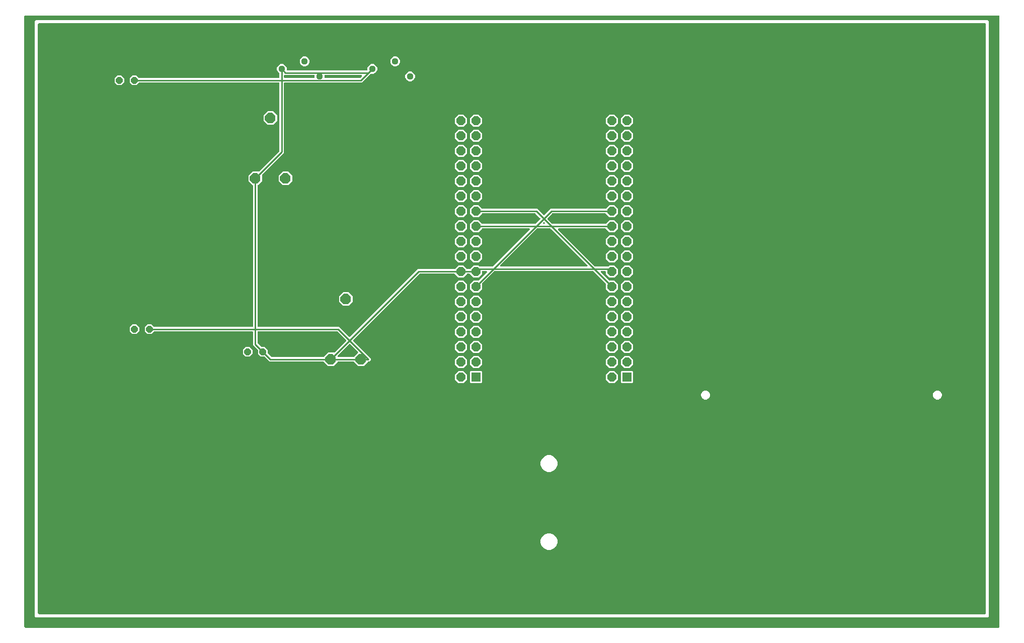
<source format=gbr>
G04 EAGLE Gerber RS-274X export*
G75*
%MOMM*%
%FSLAX34Y34*%
%LPD*%
%INBottom Copper*%
%IPPOS*%
%AMOC8*
5,1,8,0,0,1.08239X$1,22.5*%
G01*
%ADD10P,1.231672X8X22.500000*%
%ADD11P,1.924489X8X22.500000*%
%ADD12C,1.120000*%
%ADD13R,1.524000X1.524000*%
%ADD14P,1.649562X8X112.500000*%
%ADD15C,0.254000*%

G36*
X1619368Y-20304D02*
X1619368Y-20304D01*
X1619487Y-20297D01*
X1619525Y-20284D01*
X1619566Y-20279D01*
X1619676Y-20236D01*
X1619789Y-20199D01*
X1619824Y-20177D01*
X1619861Y-20162D01*
X1619957Y-20093D01*
X1620058Y-20029D01*
X1620086Y-19999D01*
X1620119Y-19976D01*
X1620195Y-19884D01*
X1620276Y-19797D01*
X1620296Y-19762D01*
X1620321Y-19731D01*
X1620372Y-19623D01*
X1620430Y-19519D01*
X1620440Y-19479D01*
X1620457Y-19443D01*
X1620479Y-19326D01*
X1620509Y-19211D01*
X1620513Y-19151D01*
X1620517Y-19131D01*
X1620515Y-19110D01*
X1620519Y-19050D01*
X1620519Y1009650D01*
X1620504Y1009768D01*
X1620497Y1009887D01*
X1620484Y1009925D01*
X1620479Y1009966D01*
X1620436Y1010076D01*
X1620399Y1010189D01*
X1620377Y1010224D01*
X1620362Y1010261D01*
X1620293Y1010357D01*
X1620229Y1010458D01*
X1620199Y1010486D01*
X1620176Y1010519D01*
X1620084Y1010595D01*
X1619997Y1010676D01*
X1619962Y1010696D01*
X1619931Y1010721D01*
X1619823Y1010772D01*
X1619719Y1010830D01*
X1619679Y1010840D01*
X1619643Y1010857D01*
X1619526Y1010879D01*
X1619411Y1010909D01*
X1619351Y1010913D01*
X1619331Y1010917D01*
X1619310Y1010915D01*
X1619250Y1010919D01*
X-19050Y1010919D01*
X-19168Y1010904D01*
X-19287Y1010897D01*
X-19325Y1010884D01*
X-19366Y1010879D01*
X-19476Y1010836D01*
X-19589Y1010799D01*
X-19624Y1010777D01*
X-19661Y1010762D01*
X-19757Y1010693D01*
X-19858Y1010629D01*
X-19886Y1010599D01*
X-19919Y1010576D01*
X-19995Y1010484D01*
X-20076Y1010397D01*
X-20096Y1010362D01*
X-20121Y1010331D01*
X-20172Y1010223D01*
X-20230Y1010119D01*
X-20240Y1010079D01*
X-20257Y1010043D01*
X-20279Y1009926D01*
X-20309Y1009811D01*
X-20313Y1009751D01*
X-20317Y1009731D01*
X-20315Y1009710D01*
X-20319Y1009650D01*
X-20319Y-19050D01*
X-20304Y-19168D01*
X-20297Y-19287D01*
X-20284Y-19325D01*
X-20279Y-19366D01*
X-20236Y-19476D01*
X-20199Y-19589D01*
X-20177Y-19624D01*
X-20162Y-19661D01*
X-20093Y-19757D01*
X-20029Y-19858D01*
X-19999Y-19886D01*
X-19976Y-19919D01*
X-19884Y-19995D01*
X-19797Y-20076D01*
X-19762Y-20096D01*
X-19731Y-20121D01*
X-19623Y-20172D01*
X-19519Y-20230D01*
X-19479Y-20240D01*
X-19443Y-20257D01*
X-19326Y-20279D01*
X-19211Y-20309D01*
X-19151Y-20313D01*
X-19131Y-20317D01*
X-19110Y-20315D01*
X-19050Y-20319D01*
X1619250Y-20319D01*
X1619368Y-20304D01*
G37*
%LPC*%
G36*
X-1052Y-2541D02*
X-1052Y-2541D01*
X-2541Y-1052D01*
X-2541Y1001052D01*
X-1052Y1002541D01*
X1601052Y1002541D01*
X1602541Y1001052D01*
X1602541Y-1052D01*
X1601052Y-2541D01*
X-1052Y-2541D01*
G37*
%LPD*%
G36*
X1596308Y2556D02*
X1596308Y2556D01*
X1596427Y2563D01*
X1596465Y2576D01*
X1596506Y2581D01*
X1596616Y2624D01*
X1596729Y2661D01*
X1596764Y2683D01*
X1596801Y2698D01*
X1596897Y2767D01*
X1596998Y2831D01*
X1597026Y2861D01*
X1597059Y2884D01*
X1597135Y2976D01*
X1597216Y3063D01*
X1597236Y3098D01*
X1597261Y3129D01*
X1597312Y3237D01*
X1597370Y3341D01*
X1597380Y3381D01*
X1597397Y3417D01*
X1597419Y3534D01*
X1597449Y3649D01*
X1597453Y3709D01*
X1597457Y3729D01*
X1597455Y3750D01*
X1597459Y3810D01*
X1597459Y996190D01*
X1597444Y996308D01*
X1597437Y996427D01*
X1597424Y996465D01*
X1597419Y996506D01*
X1597376Y996616D01*
X1597339Y996729D01*
X1597317Y996764D01*
X1597302Y996801D01*
X1597233Y996897D01*
X1597169Y996998D01*
X1597139Y997026D01*
X1597116Y997059D01*
X1597024Y997135D01*
X1596937Y997216D01*
X1596902Y997236D01*
X1596871Y997261D01*
X1596763Y997312D01*
X1596659Y997370D01*
X1596619Y997380D01*
X1596583Y997397D01*
X1596466Y997419D01*
X1596351Y997449D01*
X1596291Y997453D01*
X1596271Y997457D01*
X1596250Y997455D01*
X1596190Y997459D01*
X3810Y997459D01*
X3692Y997444D01*
X3573Y997437D01*
X3535Y997424D01*
X3494Y997419D01*
X3384Y997376D01*
X3271Y997339D01*
X3236Y997317D01*
X3199Y997302D01*
X3103Y997233D01*
X3002Y997169D01*
X2974Y997139D01*
X2941Y997116D01*
X2865Y997024D01*
X2784Y996937D01*
X2764Y996902D01*
X2739Y996871D01*
X2688Y996763D01*
X2630Y996659D01*
X2620Y996619D01*
X2603Y996583D01*
X2581Y996466D01*
X2551Y996351D01*
X2547Y996291D01*
X2543Y996271D01*
X2545Y996250D01*
X2541Y996190D01*
X2541Y3810D01*
X2556Y3692D01*
X2563Y3573D01*
X2576Y3535D01*
X2581Y3494D01*
X2624Y3384D01*
X2661Y3271D01*
X2683Y3236D01*
X2698Y3199D01*
X2767Y3103D01*
X2831Y3002D01*
X2861Y2974D01*
X2884Y2941D01*
X2976Y2865D01*
X3063Y2784D01*
X3098Y2764D01*
X3129Y2739D01*
X3237Y2688D01*
X3341Y2630D01*
X3381Y2620D01*
X3417Y2603D01*
X3534Y2581D01*
X3649Y2551D01*
X3709Y2547D01*
X3729Y2543D01*
X3750Y2545D01*
X3810Y2541D01*
X1596190Y2541D01*
X1596308Y2556D01*
G37*
%LPC*%
G36*
X490565Y420369D02*
X490565Y420369D01*
X483784Y427150D01*
X483749Y427259D01*
X483727Y427294D01*
X483712Y427331D01*
X483643Y427427D01*
X483579Y427528D01*
X483549Y427556D01*
X483526Y427589D01*
X483434Y427665D01*
X483347Y427746D01*
X483312Y427766D01*
X483281Y427791D01*
X483173Y427842D01*
X483069Y427900D01*
X483029Y427910D01*
X482993Y427927D01*
X482876Y427949D01*
X482761Y427979D01*
X482701Y427983D01*
X482681Y427987D01*
X482660Y427985D01*
X482600Y427989D01*
X392122Y427989D01*
X384213Y435898D01*
X384135Y435959D01*
X384063Y436026D01*
X384010Y436056D01*
X383962Y436093D01*
X383871Y436132D01*
X383784Y436180D01*
X383725Y436195D01*
X383670Y436219D01*
X383572Y436235D01*
X383476Y436259D01*
X383376Y436266D01*
X383356Y436269D01*
X383343Y436268D01*
X383315Y436270D01*
X377591Y436270D01*
X372770Y441091D01*
X372770Y446815D01*
X372757Y446914D01*
X372754Y447013D01*
X372737Y447071D01*
X372730Y447131D01*
X372693Y447223D01*
X372666Y447318D01*
X372635Y447370D01*
X372613Y447427D01*
X372555Y447507D01*
X372504Y447592D01*
X372438Y447667D01*
X372426Y447684D01*
X372417Y447692D01*
X372398Y447713D01*
X364489Y455622D01*
X364489Y477520D01*
X364474Y477638D01*
X364467Y477757D01*
X364454Y477795D01*
X364449Y477836D01*
X364406Y477946D01*
X364369Y478059D01*
X364347Y478094D01*
X364332Y478131D01*
X364263Y478227D01*
X364199Y478328D01*
X364169Y478356D01*
X364146Y478389D01*
X364054Y478465D01*
X363967Y478546D01*
X363932Y478566D01*
X363901Y478591D01*
X363793Y478642D01*
X363689Y478700D01*
X363649Y478710D01*
X363613Y478727D01*
X363496Y478749D01*
X363381Y478779D01*
X363321Y478783D01*
X363301Y478787D01*
X363280Y478785D01*
X363220Y478789D01*
X198854Y478789D01*
X198756Y478777D01*
X198657Y478774D01*
X198599Y478757D01*
X198539Y478749D01*
X198447Y478713D01*
X198352Y478685D01*
X198300Y478655D01*
X198243Y478632D01*
X198163Y478574D01*
X198078Y478524D01*
X198002Y478458D01*
X197986Y478446D01*
X197978Y478436D01*
X197957Y478418D01*
X193909Y474370D01*
X187091Y474370D01*
X182270Y479191D01*
X182270Y486009D01*
X187091Y490830D01*
X193909Y490830D01*
X197957Y486782D01*
X198035Y486722D01*
X198107Y486654D01*
X198160Y486625D01*
X198208Y486588D01*
X198299Y486548D01*
X198386Y486500D01*
X198444Y486485D01*
X198500Y486461D01*
X198598Y486446D01*
X198694Y486421D01*
X198794Y486415D01*
X198814Y486411D01*
X198826Y486413D01*
X198854Y486411D01*
X363220Y486411D01*
X363338Y486426D01*
X363457Y486433D01*
X363495Y486446D01*
X363536Y486451D01*
X363646Y486494D01*
X363759Y486531D01*
X363794Y486553D01*
X363831Y486568D01*
X363927Y486637D01*
X364028Y486701D01*
X364056Y486731D01*
X364089Y486754D01*
X364165Y486846D01*
X364246Y486933D01*
X364266Y486968D01*
X364291Y486999D01*
X364342Y487107D01*
X364400Y487211D01*
X364410Y487251D01*
X364427Y487287D01*
X364449Y487404D01*
X364479Y487519D01*
X364483Y487579D01*
X364487Y487599D01*
X364485Y487620D01*
X364489Y487680D01*
X364489Y723900D01*
X364474Y724018D01*
X364467Y724137D01*
X364454Y724175D01*
X364449Y724216D01*
X364406Y724326D01*
X364369Y724439D01*
X364347Y724474D01*
X364332Y724511D01*
X364263Y724607D01*
X364199Y724708D01*
X364169Y724736D01*
X364146Y724769D01*
X364054Y724845D01*
X363967Y724926D01*
X363932Y724946D01*
X363901Y724971D01*
X363793Y725022D01*
X363689Y725080D01*
X363649Y725090D01*
X363641Y725094D01*
X356869Y731865D01*
X356869Y741335D01*
X363565Y748031D01*
X373155Y748031D01*
X373257Y747978D01*
X373296Y747970D01*
X373334Y747954D01*
X373451Y747935D01*
X373567Y747909D01*
X373608Y747910D01*
X373648Y747904D01*
X373766Y747915D01*
X373885Y747918D01*
X373924Y747930D01*
X373964Y747933D01*
X374077Y747974D01*
X374191Y748007D01*
X374226Y748027D01*
X374264Y748041D01*
X374362Y748108D01*
X374465Y748168D01*
X374510Y748208D01*
X374527Y748220D01*
X374540Y748235D01*
X374586Y748275D01*
X408568Y782257D01*
X408628Y782335D01*
X408696Y782407D01*
X408725Y782460D01*
X408762Y782508D01*
X408802Y782599D01*
X408850Y782686D01*
X408865Y782744D01*
X408889Y782800D01*
X408904Y782898D01*
X408929Y782994D01*
X408935Y783094D01*
X408939Y783114D01*
X408937Y783126D01*
X408939Y783154D01*
X408939Y896620D01*
X408924Y896738D01*
X408917Y896857D01*
X408904Y896895D01*
X408899Y896936D01*
X408856Y897046D01*
X408819Y897159D01*
X408797Y897194D01*
X408782Y897231D01*
X408713Y897327D01*
X408649Y897428D01*
X408619Y897456D01*
X408596Y897489D01*
X408504Y897565D01*
X408417Y897646D01*
X408382Y897666D01*
X408351Y897691D01*
X408243Y897742D01*
X408139Y897800D01*
X408099Y897810D01*
X408063Y897827D01*
X407946Y897849D01*
X407831Y897879D01*
X407771Y897883D01*
X407751Y897887D01*
X407730Y897885D01*
X407670Y897889D01*
X173454Y897889D01*
X173356Y897877D01*
X173257Y897874D01*
X173199Y897857D01*
X173139Y897849D01*
X173047Y897813D01*
X172952Y897785D01*
X172900Y897755D01*
X172843Y897732D01*
X172763Y897674D01*
X172678Y897624D01*
X172602Y897558D01*
X172586Y897546D01*
X172578Y897536D01*
X172557Y897518D01*
X168509Y893470D01*
X161691Y893470D01*
X156870Y898291D01*
X156870Y905109D01*
X161691Y909930D01*
X168509Y909930D01*
X172557Y905882D01*
X172635Y905822D01*
X172707Y905754D01*
X172760Y905725D01*
X172808Y905688D01*
X172899Y905648D01*
X172986Y905600D01*
X173044Y905585D01*
X173100Y905561D01*
X173198Y905546D01*
X173294Y905521D01*
X173394Y905515D01*
X173414Y905511D01*
X173426Y905513D01*
X173454Y905511D01*
X407670Y905511D01*
X407788Y905526D01*
X407907Y905533D01*
X407945Y905546D01*
X407986Y905551D01*
X408096Y905594D01*
X408209Y905631D01*
X408244Y905653D01*
X408281Y905668D01*
X408377Y905737D01*
X408478Y905801D01*
X408506Y905831D01*
X408539Y905854D01*
X408615Y905946D01*
X408696Y906033D01*
X408716Y906068D01*
X408741Y906099D01*
X408792Y906207D01*
X408850Y906311D01*
X408860Y906351D01*
X408877Y906387D01*
X408899Y906504D01*
X408929Y906619D01*
X408933Y906679D01*
X408937Y906699D01*
X408935Y906720D01*
X408939Y906780D01*
X408939Y912669D01*
X408936Y912698D01*
X408938Y912728D01*
X408916Y912856D01*
X408899Y912984D01*
X408889Y913012D01*
X408884Y913041D01*
X408830Y913160D01*
X408782Y913280D01*
X408765Y913304D01*
X408753Y913331D01*
X408672Y913432D01*
X408596Y913537D01*
X408573Y913556D01*
X408554Y913579D01*
X408451Y913657D01*
X408351Y913740D01*
X408324Y913753D01*
X408300Y913771D01*
X408156Y913842D01*
X408139Y913849D01*
X405849Y916139D01*
X404609Y919131D01*
X404609Y922369D01*
X405849Y925361D01*
X408139Y927651D01*
X411131Y928891D01*
X414369Y928891D01*
X417361Y927651D01*
X419651Y925361D01*
X420891Y922369D01*
X420891Y919480D01*
X420906Y919362D01*
X420913Y919243D01*
X420926Y919205D01*
X420931Y919164D01*
X420974Y919054D01*
X421011Y918941D01*
X421033Y918906D01*
X421048Y918869D01*
X421117Y918773D01*
X421181Y918672D01*
X421211Y918644D01*
X421234Y918611D01*
X421326Y918535D01*
X421413Y918454D01*
X421448Y918434D01*
X421479Y918409D01*
X421587Y918358D01*
X421691Y918300D01*
X421731Y918290D01*
X421767Y918273D01*
X421884Y918251D01*
X421999Y918221D01*
X422059Y918217D01*
X422079Y918213D01*
X422100Y918215D01*
X422160Y918211D01*
X555740Y918211D01*
X555858Y918226D01*
X555977Y918233D01*
X556015Y918246D01*
X556056Y918251D01*
X556166Y918294D01*
X556279Y918331D01*
X556314Y918353D01*
X556351Y918368D01*
X556447Y918437D01*
X556548Y918501D01*
X556576Y918531D01*
X556609Y918554D01*
X556685Y918646D01*
X556766Y918733D01*
X556786Y918768D01*
X556811Y918799D01*
X556862Y918907D01*
X556920Y919011D01*
X556930Y919051D01*
X556947Y919087D01*
X556969Y919204D01*
X556999Y919319D01*
X557003Y919379D01*
X557007Y919399D01*
X557005Y919420D01*
X557009Y919480D01*
X557009Y922369D01*
X558249Y925361D01*
X560539Y927651D01*
X563531Y928891D01*
X566769Y928891D01*
X569761Y927651D01*
X572051Y925361D01*
X573291Y922369D01*
X573291Y919131D01*
X572051Y916139D01*
X569761Y913849D01*
X566769Y912609D01*
X563531Y912609D01*
X563514Y912616D01*
X563485Y912624D01*
X563459Y912638D01*
X563332Y912666D01*
X563207Y912700D01*
X563177Y912701D01*
X563149Y912707D01*
X563019Y912703D01*
X562889Y912705D01*
X562860Y912698D01*
X562831Y912698D01*
X562706Y912661D01*
X562580Y912631D01*
X562553Y912617D01*
X562525Y912609D01*
X562414Y912543D01*
X562299Y912483D01*
X562277Y912463D01*
X562251Y912448D01*
X562130Y912341D01*
X560007Y910218D01*
X547678Y897889D01*
X417830Y897889D01*
X417712Y897874D01*
X417593Y897867D01*
X417555Y897854D01*
X417514Y897849D01*
X417404Y897806D01*
X417291Y897769D01*
X417256Y897747D01*
X417219Y897732D01*
X417123Y897663D01*
X417022Y897599D01*
X416994Y897569D01*
X416961Y897546D01*
X416885Y897454D01*
X416804Y897367D01*
X416784Y897332D01*
X416759Y897301D01*
X416708Y897193D01*
X416650Y897089D01*
X416640Y897049D01*
X416623Y897013D01*
X416601Y896896D01*
X416571Y896781D01*
X416567Y896721D01*
X416563Y896701D01*
X416565Y896680D01*
X416561Y896620D01*
X416561Y779472D01*
X379975Y742886D01*
X379902Y742791D01*
X379823Y742702D01*
X379805Y742666D01*
X379780Y742634D01*
X379733Y742525D01*
X379678Y742419D01*
X379670Y742380D01*
X379654Y742343D01*
X379635Y742225D01*
X379609Y742109D01*
X379610Y742068D01*
X379604Y742028D01*
X379615Y741910D01*
X379618Y741791D01*
X379630Y741752D01*
X379633Y741712D01*
X379674Y741600D01*
X379707Y741485D01*
X379727Y741451D01*
X379731Y741441D01*
X379731Y731865D01*
X372950Y725084D01*
X372841Y725049D01*
X372806Y725027D01*
X372769Y725012D01*
X372673Y724943D01*
X372572Y724879D01*
X372544Y724849D01*
X372511Y724826D01*
X372435Y724734D01*
X372354Y724647D01*
X372334Y724612D01*
X372309Y724581D01*
X372258Y724473D01*
X372200Y724369D01*
X372190Y724329D01*
X372173Y724293D01*
X372151Y724176D01*
X372121Y724061D01*
X372117Y724001D01*
X372113Y723981D01*
X372115Y723960D01*
X372111Y723900D01*
X372111Y487680D01*
X372126Y487562D01*
X372133Y487443D01*
X372146Y487405D01*
X372151Y487364D01*
X372194Y487254D01*
X372231Y487141D01*
X372253Y487106D01*
X372268Y487069D01*
X372337Y486973D01*
X372401Y486872D01*
X372431Y486844D01*
X372454Y486811D01*
X372546Y486735D01*
X372633Y486654D01*
X372668Y486634D01*
X372699Y486609D01*
X372807Y486558D01*
X372911Y486500D01*
X372951Y486490D01*
X372987Y486473D01*
X373104Y486451D01*
X373219Y486421D01*
X373279Y486417D01*
X373299Y486413D01*
X373320Y486415D01*
X373380Y486411D01*
X509578Y486411D01*
X526152Y469837D01*
X526247Y469764D01*
X526336Y469685D01*
X526372Y469667D01*
X526404Y469642D01*
X526513Y469594D01*
X526619Y469540D01*
X526658Y469531D01*
X526696Y469515D01*
X526813Y469497D01*
X526929Y469471D01*
X526970Y469472D01*
X527010Y469466D01*
X527128Y469477D01*
X527247Y469480D01*
X527286Y469492D01*
X527326Y469495D01*
X527439Y469536D01*
X527553Y469569D01*
X527587Y469589D01*
X527626Y469603D01*
X527724Y469670D01*
X527827Y469730D01*
X527872Y469770D01*
X527889Y469782D01*
X527902Y469797D01*
X527947Y469837D01*
X641722Y583611D01*
X702916Y583611D01*
X703014Y583623D01*
X703113Y583626D01*
X703171Y583643D01*
X703231Y583651D01*
X703323Y583687D01*
X703418Y583715D01*
X703470Y583745D01*
X703527Y583768D01*
X703607Y583826D01*
X703692Y583876D01*
X703768Y583942D01*
X703784Y583954D01*
X703792Y583964D01*
X703813Y583982D01*
X709791Y589961D01*
X718209Y589961D01*
X724187Y583982D01*
X724265Y583922D01*
X724337Y583854D01*
X724390Y583825D01*
X724438Y583788D01*
X724529Y583748D01*
X724616Y583700D01*
X724674Y583685D01*
X724730Y583661D01*
X724828Y583646D01*
X724924Y583621D01*
X725024Y583615D01*
X725044Y583611D01*
X725056Y583613D01*
X725084Y583611D01*
X728316Y583611D01*
X728414Y583623D01*
X728513Y583626D01*
X728571Y583643D01*
X728631Y583651D01*
X728723Y583687D01*
X728818Y583715D01*
X728870Y583745D01*
X728927Y583768D01*
X729007Y583826D01*
X729092Y583876D01*
X729168Y583942D01*
X729184Y583954D01*
X729192Y583964D01*
X729213Y583982D01*
X735191Y589961D01*
X743609Y589961D01*
X745187Y588382D01*
X745265Y588322D01*
X745337Y588254D01*
X745390Y588225D01*
X745438Y588188D01*
X745529Y588148D01*
X745616Y588100D01*
X745674Y588085D01*
X745730Y588061D01*
X745828Y588046D01*
X745924Y588021D01*
X746024Y588015D01*
X746044Y588011D01*
X746056Y588013D01*
X746084Y588011D01*
X767096Y588011D01*
X767194Y588023D01*
X767293Y588026D01*
X767351Y588043D01*
X767411Y588051D01*
X767503Y588087D01*
X767599Y588115D01*
X767651Y588145D01*
X767707Y588168D01*
X767787Y588226D01*
X767872Y588276D01*
X767948Y588342D01*
X767964Y588354D01*
X767972Y588364D01*
X767993Y588382D01*
X829633Y650023D01*
X829719Y650132D01*
X829807Y650239D01*
X829816Y650258D01*
X829828Y650274D01*
X829884Y650402D01*
X829943Y650527D01*
X829947Y650547D01*
X829955Y650566D01*
X829977Y650704D01*
X830003Y650840D01*
X830001Y650860D01*
X830004Y650880D01*
X829991Y651019D01*
X829983Y651157D01*
X829977Y651176D01*
X829975Y651196D01*
X829927Y651328D01*
X829885Y651459D01*
X829874Y651477D01*
X829867Y651496D01*
X829789Y651611D01*
X829715Y651728D01*
X829700Y651742D01*
X829688Y651759D01*
X829584Y651851D01*
X829483Y651946D01*
X829465Y651956D01*
X829450Y651969D01*
X829326Y652032D01*
X829204Y652100D01*
X829185Y652105D01*
X829167Y652114D01*
X829031Y652144D01*
X828897Y652179D01*
X828868Y652181D01*
X828857Y652184D01*
X828836Y652183D01*
X828736Y652189D01*
X750484Y652189D01*
X750386Y652177D01*
X750287Y652174D01*
X750229Y652157D01*
X750169Y652149D01*
X750077Y652113D01*
X749982Y652085D01*
X749930Y652055D01*
X749873Y652032D01*
X749793Y651974D01*
X749708Y651924D01*
X749632Y651858D01*
X749616Y651846D01*
X749608Y651836D01*
X749587Y651818D01*
X743609Y645839D01*
X735191Y645839D01*
X729239Y651791D01*
X729239Y660209D01*
X735191Y666161D01*
X743609Y666161D01*
X749587Y660182D01*
X749665Y660122D01*
X749737Y660054D01*
X749790Y660025D01*
X749838Y659988D01*
X749929Y659948D01*
X750016Y659900D01*
X750074Y659885D01*
X750130Y659861D01*
X750228Y659846D01*
X750324Y659821D01*
X750424Y659815D01*
X750444Y659811D01*
X750456Y659813D01*
X750484Y659811D01*
X838896Y659811D01*
X838994Y659823D01*
X839093Y659826D01*
X839151Y659843D01*
X839211Y659851D01*
X839303Y659887D01*
X839399Y659915D01*
X839451Y659945D01*
X839507Y659968D01*
X839587Y660026D01*
X839672Y660076D01*
X839748Y660142D01*
X839764Y660154D01*
X839772Y660164D01*
X839793Y660182D01*
X847413Y667802D01*
X847486Y667897D01*
X847565Y667986D01*
X847583Y668022D01*
X847608Y668054D01*
X847656Y668163D01*
X847710Y668269D01*
X847719Y668308D01*
X847735Y668346D01*
X847753Y668463D01*
X847779Y668579D01*
X847778Y668620D01*
X847784Y668660D01*
X847773Y668778D01*
X847770Y668897D01*
X847758Y668936D01*
X847755Y668976D01*
X847714Y669089D01*
X847681Y669203D01*
X847661Y669237D01*
X847647Y669276D01*
X847580Y669374D01*
X847520Y669477D01*
X847480Y669522D01*
X847468Y669539D01*
X847453Y669552D01*
X847413Y669597D01*
X839793Y677218D01*
X839715Y677278D01*
X839643Y677346D01*
X839590Y677375D01*
X839542Y677412D01*
X839451Y677452D01*
X839364Y677500D01*
X839306Y677515D01*
X839250Y677539D01*
X839152Y677554D01*
X839056Y677579D01*
X838956Y677585D01*
X838936Y677589D01*
X838924Y677587D01*
X838896Y677589D01*
X750484Y677589D01*
X750386Y677577D01*
X750287Y677574D01*
X750229Y677557D01*
X750169Y677549D01*
X750077Y677513D01*
X749982Y677485D01*
X749930Y677455D01*
X749873Y677432D01*
X749793Y677374D01*
X749708Y677324D01*
X749632Y677258D01*
X749616Y677246D01*
X749608Y677236D01*
X749587Y677218D01*
X743609Y671239D01*
X735191Y671239D01*
X729239Y677191D01*
X729239Y685609D01*
X735191Y691561D01*
X743609Y691561D01*
X749587Y685582D01*
X749665Y685522D01*
X749737Y685454D01*
X749790Y685425D01*
X749838Y685388D01*
X749929Y685348D01*
X750016Y685300D01*
X750074Y685285D01*
X750130Y685261D01*
X750228Y685246D01*
X750324Y685221D01*
X750424Y685215D01*
X750444Y685211D01*
X750456Y685213D01*
X750484Y685211D01*
X842578Y685211D01*
X852803Y674987D01*
X852897Y674914D01*
X852986Y674835D01*
X853022Y674817D01*
X853054Y674792D01*
X853163Y674744D01*
X853269Y674690D01*
X853308Y674681D01*
X853346Y674665D01*
X853463Y674647D01*
X853579Y674621D01*
X853620Y674622D01*
X853660Y674616D01*
X853778Y674627D01*
X853897Y674630D01*
X853936Y674642D01*
X853976Y674645D01*
X854089Y674686D01*
X854203Y674719D01*
X854238Y674739D01*
X854276Y674753D01*
X854374Y674820D01*
X854477Y674880D01*
X854522Y674920D01*
X854539Y674932D01*
X854552Y674947D01*
X854598Y674987D01*
X862218Y682607D01*
X864822Y685211D01*
X956916Y685211D01*
X957014Y685223D01*
X957113Y685226D01*
X957171Y685243D01*
X957231Y685251D01*
X957323Y685287D01*
X957418Y685315D01*
X957470Y685345D01*
X957527Y685368D01*
X957607Y685426D01*
X957692Y685476D01*
X957768Y685542D01*
X957784Y685554D01*
X957792Y685564D01*
X957813Y685582D01*
X963791Y691561D01*
X972209Y691561D01*
X978161Y685609D01*
X978161Y677191D01*
X972209Y671239D01*
X963791Y671239D01*
X957813Y677218D01*
X957735Y677278D01*
X957663Y677346D01*
X957610Y677375D01*
X957562Y677412D01*
X957471Y677452D01*
X957384Y677500D01*
X957326Y677515D01*
X957270Y677539D01*
X957172Y677554D01*
X957076Y677579D01*
X956976Y677585D01*
X956956Y677589D01*
X956944Y677587D01*
X956916Y677589D01*
X868504Y677589D01*
X868406Y677577D01*
X868307Y677574D01*
X868249Y677557D01*
X868189Y677549D01*
X868097Y677513D01*
X868001Y677485D01*
X867949Y677455D01*
X867893Y677432D01*
X867813Y677374D01*
X867728Y677324D01*
X867652Y677258D01*
X867636Y677246D01*
X867628Y677236D01*
X867607Y677218D01*
X859987Y669598D01*
X859914Y669503D01*
X859835Y669414D01*
X859817Y669378D01*
X859792Y669346D01*
X859744Y669237D01*
X859690Y669131D01*
X859681Y669092D01*
X859665Y669054D01*
X859647Y668937D01*
X859621Y668821D01*
X859622Y668780D01*
X859616Y668740D01*
X859627Y668622D01*
X859630Y668503D01*
X859642Y668464D01*
X859645Y668424D01*
X859686Y668311D01*
X859719Y668197D01*
X859739Y668163D01*
X859753Y668124D01*
X859820Y668026D01*
X859880Y667923D01*
X859920Y667878D01*
X859932Y667861D01*
X859947Y667848D01*
X859987Y667803D01*
X867607Y660182D01*
X867685Y660122D01*
X867757Y660054D01*
X867810Y660025D01*
X867858Y659988D01*
X867949Y659948D01*
X868036Y659900D01*
X868094Y659885D01*
X868150Y659861D01*
X868248Y659846D01*
X868344Y659821D01*
X868444Y659815D01*
X868464Y659811D01*
X868476Y659813D01*
X868504Y659811D01*
X956916Y659811D01*
X957014Y659823D01*
X957113Y659826D01*
X957171Y659843D01*
X957231Y659851D01*
X957323Y659887D01*
X957418Y659915D01*
X957470Y659945D01*
X957527Y659968D01*
X957607Y660026D01*
X957692Y660076D01*
X957768Y660142D01*
X957784Y660154D01*
X957792Y660164D01*
X957813Y660182D01*
X963791Y666161D01*
X972209Y666161D01*
X978161Y660209D01*
X978161Y651791D01*
X972209Y645839D01*
X963791Y645839D01*
X957813Y651818D01*
X957735Y651878D01*
X957663Y651946D01*
X957610Y651975D01*
X957562Y652012D01*
X957471Y652052D01*
X957384Y652100D01*
X957326Y652115D01*
X957270Y652139D01*
X957172Y652154D01*
X957076Y652179D01*
X956976Y652185D01*
X956956Y652189D01*
X956944Y652187D01*
X956916Y652189D01*
X878664Y652189D01*
X878527Y652172D01*
X878388Y652159D01*
X878369Y652152D01*
X878349Y652149D01*
X878220Y652098D01*
X878089Y652051D01*
X878072Y652040D01*
X878053Y652032D01*
X877941Y651951D01*
X877825Y651873D01*
X877812Y651857D01*
X877796Y651846D01*
X877707Y651738D01*
X877615Y651634D01*
X877606Y651616D01*
X877593Y651601D01*
X877534Y651475D01*
X877470Y651351D01*
X877466Y651331D01*
X877457Y651313D01*
X877431Y651177D01*
X877401Y651041D01*
X877401Y651020D01*
X877397Y651001D01*
X877406Y650862D01*
X877410Y650723D01*
X877416Y650703D01*
X877417Y650683D01*
X877460Y650551D01*
X877499Y650417D01*
X877509Y650400D01*
X877515Y650381D01*
X877590Y650263D01*
X877660Y650143D01*
X877679Y650122D01*
X877685Y650112D01*
X877700Y650098D01*
X877767Y650023D01*
X939407Y588382D01*
X939485Y588322D01*
X939557Y588254D01*
X939610Y588225D01*
X939658Y588188D01*
X939749Y588148D01*
X939836Y588100D01*
X939894Y588085D01*
X939950Y588061D01*
X940048Y588046D01*
X940144Y588021D01*
X940244Y588015D01*
X940264Y588011D01*
X940276Y588013D01*
X940304Y588011D01*
X961316Y588011D01*
X961414Y588023D01*
X961513Y588026D01*
X961571Y588043D01*
X961631Y588051D01*
X961723Y588087D01*
X961818Y588115D01*
X961870Y588145D01*
X961927Y588168D01*
X962007Y588226D01*
X962092Y588276D01*
X962168Y588342D01*
X962184Y588354D01*
X962192Y588364D01*
X962213Y588382D01*
X963791Y589961D01*
X972209Y589961D01*
X978161Y584009D01*
X978161Y575591D01*
X972209Y569639D01*
X963791Y569639D01*
X957839Y575591D01*
X957839Y579120D01*
X957824Y579238D01*
X957817Y579357D01*
X957804Y579395D01*
X957799Y579436D01*
X957756Y579546D01*
X957719Y579659D01*
X957697Y579694D01*
X957682Y579731D01*
X957613Y579827D01*
X957549Y579928D01*
X957519Y579956D01*
X957496Y579989D01*
X957404Y580065D01*
X957317Y580146D01*
X957282Y580166D01*
X957251Y580191D01*
X957143Y580242D01*
X957039Y580300D01*
X956999Y580310D01*
X956963Y580327D01*
X956846Y580349D01*
X956731Y580379D01*
X956671Y580383D01*
X956651Y580387D01*
X956630Y580385D01*
X956570Y580389D01*
X950464Y580389D01*
X950327Y580372D01*
X950188Y580359D01*
X950169Y580352D01*
X950149Y580349D01*
X950020Y580298D01*
X949889Y580251D01*
X949872Y580240D01*
X949853Y580232D01*
X949741Y580151D01*
X949625Y580073D01*
X949612Y580057D01*
X949596Y580046D01*
X949507Y579938D01*
X949415Y579834D01*
X949406Y579816D01*
X949393Y579801D01*
X949334Y579675D01*
X949270Y579551D01*
X949266Y579531D01*
X949257Y579513D01*
X949231Y579377D01*
X949201Y579241D01*
X949201Y579220D01*
X949197Y579201D01*
X949206Y579062D01*
X949210Y578923D01*
X949216Y578903D01*
X949217Y578883D01*
X949260Y578751D01*
X949299Y578617D01*
X949309Y578600D01*
X949315Y578581D01*
X949390Y578463D01*
X949460Y578343D01*
X949479Y578322D01*
X949485Y578312D01*
X949500Y578298D01*
X949567Y578223D01*
X962857Y564932D01*
X962935Y564872D01*
X963007Y564804D01*
X963060Y564775D01*
X963108Y564738D01*
X963199Y564698D01*
X963286Y564650D01*
X963344Y564635D01*
X963400Y564611D01*
X963498Y564596D01*
X963594Y564571D01*
X963694Y564565D01*
X963714Y564561D01*
X963726Y564563D01*
X963754Y564561D01*
X972209Y564561D01*
X978161Y558609D01*
X978161Y550191D01*
X972209Y544239D01*
X963791Y544239D01*
X957839Y550191D01*
X957839Y558646D01*
X957827Y558744D01*
X957824Y558843D01*
X957807Y558901D01*
X957799Y558961D01*
X957763Y559053D01*
X957735Y559149D01*
X957705Y559201D01*
X957682Y559257D01*
X957624Y559337D01*
X957574Y559422D01*
X957508Y559498D01*
X957496Y559514D01*
X957486Y559522D01*
X957468Y559543D01*
X936993Y580018D01*
X936915Y580078D01*
X936843Y580146D01*
X936790Y580175D01*
X936742Y580212D01*
X936651Y580252D01*
X936564Y580300D01*
X936506Y580315D01*
X936450Y580339D01*
X936352Y580354D01*
X936256Y580379D01*
X936156Y580385D01*
X936136Y580389D01*
X936124Y580387D01*
X936096Y580389D01*
X771304Y580389D01*
X771206Y580377D01*
X771107Y580374D01*
X771049Y580357D01*
X770989Y580349D01*
X770897Y580313D01*
X770801Y580285D01*
X770749Y580255D01*
X770693Y580232D01*
X770613Y580174D01*
X770528Y580124D01*
X770452Y580058D01*
X770436Y580046D01*
X770428Y580036D01*
X770407Y580018D01*
X749932Y559543D01*
X749872Y559465D01*
X749804Y559393D01*
X749775Y559340D01*
X749738Y559292D01*
X749698Y559201D01*
X749650Y559114D01*
X749635Y559056D01*
X749611Y559000D01*
X749596Y558902D01*
X749571Y558806D01*
X749565Y558706D01*
X749561Y558686D01*
X749563Y558674D01*
X749561Y558646D01*
X749561Y550191D01*
X743609Y544239D01*
X735191Y544239D01*
X729239Y550191D01*
X729239Y558609D01*
X735191Y564561D01*
X743646Y564561D01*
X743744Y564573D01*
X743843Y564576D01*
X743901Y564593D01*
X743961Y564601D01*
X744053Y564637D01*
X744149Y564665D01*
X744201Y564695D01*
X744257Y564718D01*
X744337Y564776D01*
X744422Y564826D01*
X744498Y564892D01*
X744514Y564904D01*
X744522Y564914D01*
X744543Y564932D01*
X757833Y578223D01*
X757919Y578332D01*
X758007Y578439D01*
X758016Y578458D01*
X758028Y578474D01*
X758084Y578602D01*
X758143Y578727D01*
X758147Y578747D01*
X758155Y578766D01*
X758177Y578904D01*
X758203Y579040D01*
X758201Y579060D01*
X758204Y579080D01*
X758191Y579219D01*
X758183Y579357D01*
X758177Y579376D01*
X758175Y579396D01*
X758127Y579528D01*
X758085Y579659D01*
X758074Y579677D01*
X758067Y579696D01*
X757989Y579811D01*
X757915Y579928D01*
X757900Y579942D01*
X757888Y579959D01*
X757784Y580051D01*
X757683Y580146D01*
X757665Y580156D01*
X757650Y580169D01*
X757526Y580232D01*
X757404Y580300D01*
X757385Y580305D01*
X757367Y580314D01*
X757231Y580344D01*
X757097Y580379D01*
X757068Y580381D01*
X757057Y580384D01*
X757036Y580383D01*
X756936Y580389D01*
X750830Y580389D01*
X750712Y580374D01*
X750593Y580367D01*
X750555Y580354D01*
X750514Y580349D01*
X750404Y580306D01*
X750291Y580269D01*
X750256Y580247D01*
X750219Y580232D01*
X750123Y580163D01*
X750022Y580099D01*
X749994Y580069D01*
X749961Y580046D01*
X749885Y579954D01*
X749804Y579867D01*
X749784Y579832D01*
X749759Y579801D01*
X749708Y579693D01*
X749650Y579589D01*
X749640Y579549D01*
X749623Y579513D01*
X749601Y579396D01*
X749571Y579281D01*
X749567Y579221D01*
X749563Y579201D01*
X749565Y579180D01*
X749561Y579120D01*
X749561Y575591D01*
X743609Y569639D01*
X735191Y569639D01*
X729213Y575618D01*
X729135Y575678D01*
X729063Y575746D01*
X729010Y575775D01*
X728962Y575812D01*
X728871Y575852D01*
X728784Y575900D01*
X728726Y575915D01*
X728670Y575939D01*
X728572Y575954D01*
X728476Y575979D01*
X728376Y575985D01*
X728356Y575989D01*
X728344Y575987D01*
X728316Y575989D01*
X725084Y575989D01*
X724986Y575977D01*
X724887Y575974D01*
X724829Y575957D01*
X724769Y575949D01*
X724677Y575913D01*
X724582Y575885D01*
X724530Y575855D01*
X724473Y575832D01*
X724393Y575774D01*
X724308Y575724D01*
X724232Y575658D01*
X724216Y575646D01*
X724208Y575636D01*
X724187Y575618D01*
X718209Y569639D01*
X709791Y569639D01*
X703813Y575618D01*
X703735Y575678D01*
X703663Y575746D01*
X703610Y575775D01*
X703562Y575812D01*
X703471Y575852D01*
X703384Y575900D01*
X703326Y575915D01*
X703270Y575939D01*
X703172Y575954D01*
X703076Y575979D01*
X702976Y575985D01*
X702956Y575989D01*
X702944Y575987D01*
X702916Y575989D01*
X645404Y575989D01*
X645306Y575977D01*
X645207Y575974D01*
X645149Y575957D01*
X645089Y575949D01*
X644997Y575913D01*
X644901Y575885D01*
X644849Y575855D01*
X644793Y575832D01*
X644713Y575774D01*
X644628Y575724D01*
X644552Y575658D01*
X644536Y575646D01*
X644528Y575636D01*
X644507Y575618D01*
X533337Y464447D01*
X533264Y464353D01*
X533185Y464264D01*
X533167Y464228D01*
X533142Y464196D01*
X533094Y464087D01*
X533040Y463981D01*
X533031Y463942D01*
X533015Y463904D01*
X532997Y463787D01*
X532971Y463671D01*
X532972Y463630D01*
X532966Y463590D01*
X532977Y463472D01*
X532980Y463353D01*
X532992Y463314D01*
X532995Y463274D01*
X533036Y463161D01*
X533069Y463047D01*
X533089Y463012D01*
X533103Y462974D01*
X533170Y462876D01*
X533230Y462773D01*
X533270Y462728D01*
X533282Y462711D01*
X533297Y462698D01*
X533337Y462652D01*
X560007Y435982D01*
X562611Y433378D01*
X562611Y430222D01*
X560378Y427989D01*
X558800Y427989D01*
X558682Y427974D01*
X558563Y427967D01*
X558525Y427954D01*
X558484Y427949D01*
X558374Y427906D01*
X558261Y427869D01*
X558226Y427847D01*
X558189Y427832D01*
X558093Y427763D01*
X557992Y427699D01*
X557964Y427669D01*
X557931Y427646D01*
X557855Y427554D01*
X557774Y427467D01*
X557754Y427432D01*
X557729Y427401D01*
X557678Y427293D01*
X557620Y427189D01*
X557610Y427149D01*
X557606Y427141D01*
X550835Y420369D01*
X541365Y420369D01*
X534584Y427150D01*
X534549Y427259D01*
X534527Y427294D01*
X534512Y427331D01*
X534443Y427427D01*
X534379Y427528D01*
X534349Y427556D01*
X534326Y427589D01*
X534234Y427665D01*
X534147Y427746D01*
X534112Y427766D01*
X534081Y427791D01*
X533973Y427842D01*
X533869Y427900D01*
X533829Y427910D01*
X533793Y427927D01*
X533676Y427949D01*
X533561Y427979D01*
X533501Y427983D01*
X533481Y427987D01*
X533460Y427985D01*
X533400Y427989D01*
X508000Y427989D01*
X507882Y427974D01*
X507763Y427967D01*
X507725Y427954D01*
X507684Y427949D01*
X507574Y427906D01*
X507461Y427869D01*
X507426Y427847D01*
X507389Y427832D01*
X507293Y427763D01*
X507192Y427699D01*
X507164Y427669D01*
X507131Y427646D01*
X507055Y427554D01*
X506974Y427467D01*
X506954Y427432D01*
X506929Y427401D01*
X506878Y427293D01*
X506820Y427189D01*
X506810Y427149D01*
X506806Y427141D01*
X500035Y420369D01*
X490565Y420369D01*
G37*
%LPD*%
G36*
X482718Y435626D02*
X482718Y435626D01*
X482837Y435633D01*
X482875Y435646D01*
X482916Y435651D01*
X483026Y435694D01*
X483139Y435731D01*
X483174Y435753D01*
X483211Y435768D01*
X483307Y435837D01*
X483408Y435901D01*
X483436Y435931D01*
X483469Y435954D01*
X483545Y436046D01*
X483626Y436133D01*
X483646Y436168D01*
X483671Y436199D01*
X483722Y436307D01*
X483780Y436411D01*
X483790Y436451D01*
X483794Y436459D01*
X490565Y443231D01*
X500155Y443231D01*
X500257Y443178D01*
X500296Y443170D01*
X500334Y443154D01*
X500451Y443135D01*
X500567Y443109D01*
X500608Y443110D01*
X500648Y443104D01*
X500766Y443115D01*
X500885Y443118D01*
X500924Y443130D01*
X500964Y443133D01*
X501077Y443174D01*
X501191Y443207D01*
X501226Y443227D01*
X501264Y443241D01*
X501362Y443308D01*
X501465Y443368D01*
X501510Y443408D01*
X501527Y443420D01*
X501540Y443435D01*
X501586Y443475D01*
X520763Y462653D01*
X520836Y462747D01*
X520915Y462836D01*
X520933Y462872D01*
X520958Y462904D01*
X521006Y463013D01*
X521060Y463119D01*
X521069Y463158D01*
X521085Y463196D01*
X521103Y463313D01*
X521129Y463429D01*
X521128Y463470D01*
X521134Y463510D01*
X521123Y463628D01*
X521120Y463747D01*
X521108Y463786D01*
X521105Y463826D01*
X521064Y463939D01*
X521031Y464053D01*
X521011Y464088D01*
X520997Y464126D01*
X520930Y464224D01*
X520870Y464327D01*
X520830Y464372D01*
X520818Y464389D01*
X520803Y464402D01*
X520763Y464448D01*
X506793Y478418D01*
X506715Y478478D01*
X506643Y478546D01*
X506590Y478575D01*
X506542Y478612D01*
X506451Y478652D01*
X506364Y478700D01*
X506306Y478715D01*
X506250Y478739D01*
X506152Y478754D01*
X506056Y478779D01*
X505956Y478785D01*
X505936Y478789D01*
X505924Y478787D01*
X505896Y478789D01*
X373380Y478789D01*
X373262Y478774D01*
X373143Y478767D01*
X373105Y478754D01*
X373064Y478749D01*
X372954Y478706D01*
X372841Y478669D01*
X372806Y478647D01*
X372769Y478632D01*
X372673Y478563D01*
X372572Y478499D01*
X372544Y478469D01*
X372511Y478446D01*
X372435Y478354D01*
X372354Y478267D01*
X372334Y478232D01*
X372309Y478201D01*
X372258Y478093D01*
X372200Y477989D01*
X372190Y477949D01*
X372173Y477913D01*
X372151Y477796D01*
X372121Y477681D01*
X372117Y477621D01*
X372113Y477601D01*
X372115Y477580D01*
X372111Y477520D01*
X372111Y459304D01*
X372123Y459206D01*
X372126Y459107D01*
X372143Y459049D01*
X372151Y458989D01*
X372187Y458897D01*
X372215Y458801D01*
X372245Y458749D01*
X372268Y458693D01*
X372326Y458613D01*
X372376Y458528D01*
X372442Y458452D01*
X372454Y458436D01*
X372464Y458428D01*
X372482Y458407D01*
X377787Y453102D01*
X377865Y453041D01*
X377937Y452974D01*
X377990Y452944D01*
X378038Y452907D01*
X378129Y452868D01*
X378216Y452820D01*
X378275Y452805D01*
X378330Y452781D01*
X378428Y452765D01*
X378524Y452741D01*
X378624Y452734D01*
X378644Y452731D01*
X378657Y452732D01*
X378685Y452730D01*
X384409Y452730D01*
X389230Y447909D01*
X389230Y442185D01*
X389243Y442086D01*
X389246Y441987D01*
X389263Y441929D01*
X389270Y441869D01*
X389307Y441777D01*
X389334Y441682D01*
X389365Y441630D01*
X389387Y441573D01*
X389445Y441493D01*
X389496Y441408D01*
X389562Y441333D01*
X389574Y441316D01*
X389583Y441308D01*
X389602Y441287D01*
X394907Y435982D01*
X394985Y435922D01*
X395057Y435854D01*
X395110Y435825D01*
X395158Y435788D01*
X395249Y435748D01*
X395336Y435700D01*
X395394Y435685D01*
X395450Y435661D01*
X395548Y435646D01*
X395644Y435621D01*
X395744Y435615D01*
X395764Y435611D01*
X395776Y435613D01*
X395804Y435611D01*
X482600Y435611D01*
X482718Y435626D01*
G37*
G36*
X926073Y588028D02*
X926073Y588028D01*
X926212Y588041D01*
X926231Y588048D01*
X926251Y588051D01*
X926380Y588102D01*
X926511Y588149D01*
X926528Y588160D01*
X926547Y588168D01*
X926659Y588249D01*
X926775Y588327D01*
X926788Y588343D01*
X926804Y588354D01*
X926893Y588462D01*
X926985Y588566D01*
X926994Y588584D01*
X927007Y588599D01*
X927066Y588725D01*
X927130Y588849D01*
X927134Y588869D01*
X927143Y588887D01*
X927169Y589023D01*
X927199Y589159D01*
X927199Y589180D01*
X927203Y589199D01*
X927194Y589338D01*
X927190Y589477D01*
X927184Y589497D01*
X927183Y589517D01*
X927140Y589649D01*
X927101Y589783D01*
X927091Y589800D01*
X927085Y589819D01*
X927010Y589937D01*
X926940Y590057D01*
X926921Y590078D01*
X926915Y590088D01*
X926900Y590102D01*
X926833Y590177D01*
X865193Y651818D01*
X865115Y651878D01*
X865043Y651946D01*
X864990Y651975D01*
X864942Y652012D01*
X864851Y652052D01*
X864764Y652100D01*
X864706Y652115D01*
X864650Y652139D01*
X864552Y652154D01*
X864456Y652179D01*
X864356Y652185D01*
X864336Y652189D01*
X864324Y652187D01*
X864296Y652189D01*
X843104Y652189D01*
X843006Y652177D01*
X842907Y652174D01*
X842849Y652157D01*
X842789Y652149D01*
X842697Y652113D01*
X842601Y652085D01*
X842549Y652055D01*
X842493Y652032D01*
X842413Y651974D01*
X842328Y651924D01*
X842252Y651858D01*
X842236Y651846D01*
X842228Y651836D01*
X842207Y651818D01*
X780567Y590177D01*
X780481Y590068D01*
X780393Y589961D01*
X780384Y589942D01*
X780372Y589926D01*
X780316Y589798D01*
X780257Y589673D01*
X780253Y589653D01*
X780245Y589634D01*
X780223Y589496D01*
X780197Y589360D01*
X780199Y589340D01*
X780196Y589320D01*
X780209Y589181D01*
X780217Y589043D01*
X780223Y589024D01*
X780225Y589004D01*
X780273Y588872D01*
X780315Y588741D01*
X780326Y588723D01*
X780333Y588704D01*
X780411Y588589D01*
X780485Y588472D01*
X780500Y588458D01*
X780512Y588441D01*
X780616Y588349D01*
X780717Y588254D01*
X780735Y588244D01*
X780750Y588231D01*
X780874Y588167D01*
X780996Y588100D01*
X781015Y588095D01*
X781033Y588086D01*
X781169Y588056D01*
X781303Y588021D01*
X781332Y588019D01*
X781343Y588016D01*
X781364Y588017D01*
X781464Y588011D01*
X925936Y588011D01*
X926073Y588028D01*
G37*
%LPC*%
G36*
X859607Y242159D02*
X859607Y242159D01*
X854447Y244297D01*
X850497Y248247D01*
X848359Y253407D01*
X848359Y258993D01*
X850497Y264153D01*
X854447Y268103D01*
X859607Y270241D01*
X865193Y270241D01*
X870353Y268103D01*
X874303Y264153D01*
X876441Y258993D01*
X876441Y253407D01*
X874303Y248247D01*
X870353Y244297D01*
X865193Y242159D01*
X859607Y242159D01*
G37*
%LPD*%
%LPC*%
G36*
X859607Y110759D02*
X859607Y110759D01*
X854447Y112897D01*
X850497Y116847D01*
X848359Y122007D01*
X848359Y127593D01*
X850497Y132753D01*
X854447Y136703D01*
X859607Y138841D01*
X865193Y138841D01*
X870353Y136703D01*
X874303Y132753D01*
X876441Y127593D01*
X876441Y122007D01*
X874303Y116847D01*
X870353Y112897D01*
X865193Y110759D01*
X859607Y110759D01*
G37*
%LPD*%
G36*
X533518Y435626D02*
X533518Y435626D01*
X533637Y435633D01*
X533675Y435646D01*
X533716Y435651D01*
X533826Y435694D01*
X533939Y435731D01*
X533974Y435753D01*
X534011Y435768D01*
X534107Y435837D01*
X534208Y435901D01*
X534236Y435931D01*
X534269Y435954D01*
X534345Y436046D01*
X534426Y436133D01*
X534446Y436168D01*
X534471Y436199D01*
X534522Y436307D01*
X534580Y436411D01*
X534590Y436451D01*
X534594Y436459D01*
X540775Y442641D01*
X540848Y442735D01*
X540927Y442824D01*
X540945Y442860D01*
X540970Y442892D01*
X541017Y443001D01*
X541072Y443107D01*
X541080Y443147D01*
X541096Y443184D01*
X541115Y443301D01*
X541141Y443417D01*
X541140Y443458D01*
X541146Y443498D01*
X541135Y443616D01*
X541132Y443735D01*
X541120Y443774D01*
X541117Y443814D01*
X541076Y443927D01*
X541043Y444041D01*
X541023Y444076D01*
X541009Y444114D01*
X540942Y444212D01*
X540882Y444315D01*
X540842Y444360D01*
X540830Y444377D01*
X540815Y444390D01*
X540775Y444436D01*
X527948Y457263D01*
X527853Y457336D01*
X527764Y457415D01*
X527728Y457433D01*
X527696Y457458D01*
X527587Y457506D01*
X527481Y457560D01*
X527442Y457569D01*
X527404Y457585D01*
X527287Y457603D01*
X527171Y457629D01*
X527130Y457628D01*
X527090Y457634D01*
X526972Y457623D01*
X526853Y457620D01*
X526814Y457608D01*
X526774Y457605D01*
X526661Y457564D01*
X526547Y457531D01*
X526513Y457511D01*
X526474Y457497D01*
X526376Y457430D01*
X526273Y457370D01*
X526228Y457330D01*
X526211Y457318D01*
X526198Y457303D01*
X526153Y457263D01*
X506975Y438086D01*
X506902Y437991D01*
X506823Y437902D01*
X506805Y437866D01*
X506780Y437834D01*
X506733Y437725D01*
X506678Y437619D01*
X506670Y437580D01*
X506654Y437543D01*
X506635Y437425D01*
X506609Y437309D01*
X506610Y437268D01*
X506604Y437228D01*
X506615Y437110D01*
X506618Y436991D01*
X506630Y436952D01*
X506633Y436912D01*
X506674Y436799D01*
X506707Y436685D01*
X506727Y436651D01*
X506741Y436613D01*
X506770Y436570D01*
X506771Y436564D01*
X506814Y436454D01*
X506851Y436341D01*
X506873Y436306D01*
X506888Y436269D01*
X506957Y436173D01*
X507021Y436072D01*
X507051Y436044D01*
X507074Y436011D01*
X507166Y435935D01*
X507253Y435854D01*
X507288Y435834D01*
X507319Y435809D01*
X507427Y435758D01*
X507531Y435700D01*
X507571Y435690D01*
X507607Y435673D01*
X507724Y435651D01*
X507839Y435621D01*
X507899Y435617D01*
X507919Y435613D01*
X507940Y435615D01*
X508000Y435611D01*
X533400Y435611D01*
X533518Y435626D01*
G37*
%LPC*%
G36*
X515965Y521969D02*
X515965Y521969D01*
X509269Y528665D01*
X509269Y538135D01*
X515965Y544831D01*
X525435Y544831D01*
X532131Y538135D01*
X532131Y528665D01*
X525435Y521969D01*
X515965Y521969D01*
G37*
%LPD*%
%LPC*%
G36*
X388965Y826769D02*
X388965Y826769D01*
X382269Y833465D01*
X382269Y842935D01*
X388965Y849631D01*
X398435Y849631D01*
X405131Y842935D01*
X405131Y833465D01*
X398435Y826769D01*
X388965Y826769D01*
G37*
%LPD*%
%LPC*%
G36*
X414365Y725169D02*
X414365Y725169D01*
X407669Y731865D01*
X407669Y741335D01*
X414365Y748031D01*
X423835Y748031D01*
X430531Y741335D01*
X430531Y731865D01*
X423835Y725169D01*
X414365Y725169D01*
G37*
%LPD*%
%LPC*%
G36*
X730728Y391839D02*
X730728Y391839D01*
X729239Y393328D01*
X729239Y410672D01*
X730728Y412161D01*
X748072Y412161D01*
X749561Y410672D01*
X749561Y393328D01*
X748072Y391839D01*
X730728Y391839D01*
G37*
%LPD*%
%LPC*%
G36*
X984728Y391839D02*
X984728Y391839D01*
X983239Y393328D01*
X983239Y410672D01*
X984728Y412161D01*
X1002072Y412161D01*
X1003561Y410672D01*
X1003561Y393328D01*
X1002072Y391839D01*
X984728Y391839D01*
G37*
%LPD*%
%LPC*%
G36*
X989191Y417239D02*
X989191Y417239D01*
X983239Y423191D01*
X983239Y431609D01*
X989191Y437561D01*
X997609Y437561D01*
X1003561Y431609D01*
X1003561Y423191D01*
X997609Y417239D01*
X989191Y417239D01*
G37*
%LPD*%
%LPC*%
G36*
X989191Y823639D02*
X989191Y823639D01*
X983239Y829591D01*
X983239Y838009D01*
X989191Y843961D01*
X997609Y843961D01*
X1003561Y838009D01*
X1003561Y829591D01*
X997609Y823639D01*
X989191Y823639D01*
G37*
%LPD*%
%LPC*%
G36*
X963791Y823639D02*
X963791Y823639D01*
X957839Y829591D01*
X957839Y838009D01*
X963791Y843961D01*
X972209Y843961D01*
X978161Y838009D01*
X978161Y829591D01*
X972209Y823639D01*
X963791Y823639D01*
G37*
%LPD*%
%LPC*%
G36*
X735191Y823639D02*
X735191Y823639D01*
X729239Y829591D01*
X729239Y838009D01*
X735191Y843961D01*
X743609Y843961D01*
X749561Y838009D01*
X749561Y829591D01*
X743609Y823639D01*
X735191Y823639D01*
G37*
%LPD*%
%LPC*%
G36*
X709791Y823639D02*
X709791Y823639D01*
X703839Y829591D01*
X703839Y838009D01*
X709791Y843961D01*
X718209Y843961D01*
X724161Y838009D01*
X724161Y829591D01*
X718209Y823639D01*
X709791Y823639D01*
G37*
%LPD*%
%LPC*%
G36*
X735191Y798239D02*
X735191Y798239D01*
X729239Y804191D01*
X729239Y812609D01*
X735191Y818561D01*
X743609Y818561D01*
X749561Y812609D01*
X749561Y804191D01*
X743609Y798239D01*
X735191Y798239D01*
G37*
%LPD*%
%LPC*%
G36*
X709791Y798239D02*
X709791Y798239D01*
X703839Y804191D01*
X703839Y812609D01*
X709791Y818561D01*
X718209Y818561D01*
X724161Y812609D01*
X724161Y804191D01*
X718209Y798239D01*
X709791Y798239D01*
G37*
%LPD*%
%LPC*%
G36*
X989191Y798239D02*
X989191Y798239D01*
X983239Y804191D01*
X983239Y812609D01*
X989191Y818561D01*
X997609Y818561D01*
X1003561Y812609D01*
X1003561Y804191D01*
X997609Y798239D01*
X989191Y798239D01*
G37*
%LPD*%
%LPC*%
G36*
X963791Y798239D02*
X963791Y798239D01*
X957839Y804191D01*
X957839Y812609D01*
X963791Y818561D01*
X972209Y818561D01*
X978161Y812609D01*
X978161Y804191D01*
X972209Y798239D01*
X963791Y798239D01*
G37*
%LPD*%
%LPC*%
G36*
X735191Y772839D02*
X735191Y772839D01*
X729239Y778791D01*
X729239Y787209D01*
X735191Y793161D01*
X743609Y793161D01*
X749561Y787209D01*
X749561Y778791D01*
X743609Y772839D01*
X735191Y772839D01*
G37*
%LPD*%
%LPC*%
G36*
X989191Y772839D02*
X989191Y772839D01*
X983239Y778791D01*
X983239Y787209D01*
X989191Y793161D01*
X997609Y793161D01*
X1003561Y787209D01*
X1003561Y778791D01*
X997609Y772839D01*
X989191Y772839D01*
G37*
%LPD*%
%LPC*%
G36*
X963791Y772839D02*
X963791Y772839D01*
X957839Y778791D01*
X957839Y787209D01*
X963791Y793161D01*
X972209Y793161D01*
X978161Y787209D01*
X978161Y778791D01*
X972209Y772839D01*
X963791Y772839D01*
G37*
%LPD*%
%LPC*%
G36*
X709791Y772839D02*
X709791Y772839D01*
X703839Y778791D01*
X703839Y787209D01*
X709791Y793161D01*
X718209Y793161D01*
X724161Y787209D01*
X724161Y778791D01*
X718209Y772839D01*
X709791Y772839D01*
G37*
%LPD*%
%LPC*%
G36*
X989191Y747439D02*
X989191Y747439D01*
X983239Y753391D01*
X983239Y761809D01*
X989191Y767761D01*
X997609Y767761D01*
X1003561Y761809D01*
X1003561Y753391D01*
X997609Y747439D01*
X989191Y747439D01*
G37*
%LPD*%
%LPC*%
G36*
X963791Y747439D02*
X963791Y747439D01*
X957839Y753391D01*
X957839Y761809D01*
X963791Y767761D01*
X972209Y767761D01*
X978161Y761809D01*
X978161Y753391D01*
X972209Y747439D01*
X963791Y747439D01*
G37*
%LPD*%
%LPC*%
G36*
X735191Y747439D02*
X735191Y747439D01*
X729239Y753391D01*
X729239Y761809D01*
X735191Y767761D01*
X743609Y767761D01*
X749561Y761809D01*
X749561Y753391D01*
X743609Y747439D01*
X735191Y747439D01*
G37*
%LPD*%
%LPC*%
G36*
X709791Y747439D02*
X709791Y747439D01*
X703839Y753391D01*
X703839Y761809D01*
X709791Y767761D01*
X718209Y767761D01*
X724161Y761809D01*
X724161Y753391D01*
X718209Y747439D01*
X709791Y747439D01*
G37*
%LPD*%
%LPC*%
G36*
X989191Y722039D02*
X989191Y722039D01*
X983239Y727991D01*
X983239Y736409D01*
X989191Y742361D01*
X997609Y742361D01*
X1003561Y736409D01*
X1003561Y727991D01*
X997609Y722039D01*
X989191Y722039D01*
G37*
%LPD*%
%LPC*%
G36*
X963791Y722039D02*
X963791Y722039D01*
X957839Y727991D01*
X957839Y736409D01*
X963791Y742361D01*
X972209Y742361D01*
X978161Y736409D01*
X978161Y727991D01*
X972209Y722039D01*
X963791Y722039D01*
G37*
%LPD*%
%LPC*%
G36*
X735191Y722039D02*
X735191Y722039D01*
X729239Y727991D01*
X729239Y736409D01*
X735191Y742361D01*
X743609Y742361D01*
X749561Y736409D01*
X749561Y727991D01*
X743609Y722039D01*
X735191Y722039D01*
G37*
%LPD*%
%LPC*%
G36*
X709791Y722039D02*
X709791Y722039D01*
X703839Y727991D01*
X703839Y736409D01*
X709791Y742361D01*
X718209Y742361D01*
X724161Y736409D01*
X724161Y727991D01*
X718209Y722039D01*
X709791Y722039D01*
G37*
%LPD*%
%LPC*%
G36*
X989191Y696639D02*
X989191Y696639D01*
X983239Y702591D01*
X983239Y711009D01*
X989191Y716961D01*
X997609Y716961D01*
X1003561Y711009D01*
X1003561Y702591D01*
X997609Y696639D01*
X989191Y696639D01*
G37*
%LPD*%
%LPC*%
G36*
X735191Y696639D02*
X735191Y696639D01*
X729239Y702591D01*
X729239Y711009D01*
X735191Y716961D01*
X743609Y716961D01*
X749561Y711009D01*
X749561Y702591D01*
X743609Y696639D01*
X735191Y696639D01*
G37*
%LPD*%
%LPC*%
G36*
X709791Y696639D02*
X709791Y696639D01*
X703839Y702591D01*
X703839Y711009D01*
X709791Y716961D01*
X718209Y716961D01*
X724161Y711009D01*
X724161Y702591D01*
X718209Y696639D01*
X709791Y696639D01*
G37*
%LPD*%
%LPC*%
G36*
X709791Y671239D02*
X709791Y671239D01*
X703839Y677191D01*
X703839Y685609D01*
X709791Y691561D01*
X718209Y691561D01*
X724161Y685609D01*
X724161Y677191D01*
X718209Y671239D01*
X709791Y671239D01*
G37*
%LPD*%
%LPC*%
G36*
X989191Y671239D02*
X989191Y671239D01*
X983239Y677191D01*
X983239Y685609D01*
X989191Y691561D01*
X997609Y691561D01*
X1003561Y685609D01*
X1003561Y677191D01*
X997609Y671239D01*
X989191Y671239D01*
G37*
%LPD*%
%LPC*%
G36*
X989191Y645839D02*
X989191Y645839D01*
X983239Y651791D01*
X983239Y660209D01*
X989191Y666161D01*
X997609Y666161D01*
X1003561Y660209D01*
X1003561Y651791D01*
X997609Y645839D01*
X989191Y645839D01*
G37*
%LPD*%
%LPC*%
G36*
X709791Y645839D02*
X709791Y645839D01*
X703839Y651791D01*
X703839Y660209D01*
X709791Y666161D01*
X718209Y666161D01*
X724161Y660209D01*
X724161Y651791D01*
X718209Y645839D01*
X709791Y645839D01*
G37*
%LPD*%
%LPC*%
G36*
X735191Y620439D02*
X735191Y620439D01*
X729239Y626391D01*
X729239Y634809D01*
X735191Y640761D01*
X743609Y640761D01*
X749561Y634809D01*
X749561Y626391D01*
X743609Y620439D01*
X735191Y620439D01*
G37*
%LPD*%
%LPC*%
G36*
X963791Y696639D02*
X963791Y696639D01*
X957839Y702591D01*
X957839Y711009D01*
X963791Y716961D01*
X972209Y716961D01*
X978161Y711009D01*
X978161Y702591D01*
X972209Y696639D01*
X963791Y696639D01*
G37*
%LPD*%
%LPC*%
G36*
X989191Y620439D02*
X989191Y620439D01*
X983239Y626391D01*
X983239Y634809D01*
X989191Y640761D01*
X997609Y640761D01*
X1003561Y634809D01*
X1003561Y626391D01*
X997609Y620439D01*
X989191Y620439D01*
G37*
%LPD*%
%LPC*%
G36*
X963791Y620439D02*
X963791Y620439D01*
X957839Y626391D01*
X957839Y634809D01*
X963791Y640761D01*
X972209Y640761D01*
X978161Y634809D01*
X978161Y626391D01*
X972209Y620439D01*
X963791Y620439D01*
G37*
%LPD*%
%LPC*%
G36*
X735191Y595039D02*
X735191Y595039D01*
X729239Y600991D01*
X729239Y609409D01*
X735191Y615361D01*
X743609Y615361D01*
X749561Y609409D01*
X749561Y600991D01*
X743609Y595039D01*
X735191Y595039D01*
G37*
%LPD*%
%LPC*%
G36*
X709791Y595039D02*
X709791Y595039D01*
X703839Y600991D01*
X703839Y609409D01*
X709791Y615361D01*
X718209Y615361D01*
X724161Y609409D01*
X724161Y600991D01*
X718209Y595039D01*
X709791Y595039D01*
G37*
%LPD*%
%LPC*%
G36*
X989191Y595039D02*
X989191Y595039D01*
X983239Y600991D01*
X983239Y609409D01*
X989191Y615361D01*
X997609Y615361D01*
X1003561Y609409D01*
X1003561Y600991D01*
X997609Y595039D01*
X989191Y595039D01*
G37*
%LPD*%
%LPC*%
G36*
X963791Y595039D02*
X963791Y595039D01*
X957839Y600991D01*
X957839Y609409D01*
X963791Y615361D01*
X972209Y615361D01*
X978161Y609409D01*
X978161Y600991D01*
X972209Y595039D01*
X963791Y595039D01*
G37*
%LPD*%
%LPC*%
G36*
X989191Y569639D02*
X989191Y569639D01*
X983239Y575591D01*
X983239Y584009D01*
X989191Y589961D01*
X997609Y589961D01*
X1003561Y584009D01*
X1003561Y575591D01*
X997609Y569639D01*
X989191Y569639D01*
G37*
%LPD*%
%LPC*%
G36*
X709791Y544239D02*
X709791Y544239D01*
X703839Y550191D01*
X703839Y558609D01*
X709791Y564561D01*
X718209Y564561D01*
X724161Y558609D01*
X724161Y550191D01*
X718209Y544239D01*
X709791Y544239D01*
G37*
%LPD*%
%LPC*%
G36*
X989191Y544239D02*
X989191Y544239D01*
X983239Y550191D01*
X983239Y558609D01*
X989191Y564561D01*
X997609Y564561D01*
X1003561Y558609D01*
X1003561Y550191D01*
X997609Y544239D01*
X989191Y544239D01*
G37*
%LPD*%
%LPC*%
G36*
X709791Y620439D02*
X709791Y620439D01*
X703839Y626391D01*
X703839Y634809D01*
X709791Y640761D01*
X718209Y640761D01*
X724161Y634809D01*
X724161Y626391D01*
X718209Y620439D01*
X709791Y620439D01*
G37*
%LPD*%
%LPC*%
G36*
X963791Y518839D02*
X963791Y518839D01*
X957839Y524791D01*
X957839Y533209D01*
X963791Y539161D01*
X972209Y539161D01*
X978161Y533209D01*
X978161Y524791D01*
X972209Y518839D01*
X963791Y518839D01*
G37*
%LPD*%
%LPC*%
G36*
X989191Y518839D02*
X989191Y518839D01*
X983239Y524791D01*
X983239Y533209D01*
X989191Y539161D01*
X997609Y539161D01*
X1003561Y533209D01*
X1003561Y524791D01*
X997609Y518839D01*
X989191Y518839D01*
G37*
%LPD*%
%LPC*%
G36*
X735191Y518839D02*
X735191Y518839D01*
X729239Y524791D01*
X729239Y533209D01*
X735191Y539161D01*
X743609Y539161D01*
X749561Y533209D01*
X749561Y524791D01*
X743609Y518839D01*
X735191Y518839D01*
G37*
%LPD*%
%LPC*%
G36*
X709791Y518839D02*
X709791Y518839D01*
X703839Y524791D01*
X703839Y533209D01*
X709791Y539161D01*
X718209Y539161D01*
X724161Y533209D01*
X724161Y524791D01*
X718209Y518839D01*
X709791Y518839D01*
G37*
%LPD*%
%LPC*%
G36*
X735191Y493439D02*
X735191Y493439D01*
X729239Y499391D01*
X729239Y507809D01*
X735191Y513761D01*
X743609Y513761D01*
X749561Y507809D01*
X749561Y499391D01*
X743609Y493439D01*
X735191Y493439D01*
G37*
%LPD*%
%LPC*%
G36*
X963791Y493439D02*
X963791Y493439D01*
X957839Y499391D01*
X957839Y507809D01*
X963791Y513761D01*
X972209Y513761D01*
X978161Y507809D01*
X978161Y499391D01*
X972209Y493439D01*
X963791Y493439D01*
G37*
%LPD*%
%LPC*%
G36*
X709791Y493439D02*
X709791Y493439D01*
X703839Y499391D01*
X703839Y507809D01*
X709791Y513761D01*
X718209Y513761D01*
X724161Y507809D01*
X724161Y499391D01*
X718209Y493439D01*
X709791Y493439D01*
G37*
%LPD*%
%LPC*%
G36*
X989191Y493439D02*
X989191Y493439D01*
X983239Y499391D01*
X983239Y507809D01*
X989191Y513761D01*
X997609Y513761D01*
X1003561Y507809D01*
X1003561Y499391D01*
X997609Y493439D01*
X989191Y493439D01*
G37*
%LPD*%
%LPC*%
G36*
X989191Y468039D02*
X989191Y468039D01*
X983239Y473991D01*
X983239Y482409D01*
X989191Y488361D01*
X997609Y488361D01*
X1003561Y482409D01*
X1003561Y473991D01*
X997609Y468039D01*
X989191Y468039D01*
G37*
%LPD*%
%LPC*%
G36*
X963791Y468039D02*
X963791Y468039D01*
X957839Y473991D01*
X957839Y482409D01*
X963791Y488361D01*
X972209Y488361D01*
X978161Y482409D01*
X978161Y473991D01*
X972209Y468039D01*
X963791Y468039D01*
G37*
%LPD*%
%LPC*%
G36*
X709791Y468039D02*
X709791Y468039D01*
X703839Y473991D01*
X703839Y482409D01*
X709791Y488361D01*
X718209Y488361D01*
X724161Y482409D01*
X724161Y473991D01*
X718209Y468039D01*
X709791Y468039D01*
G37*
%LPD*%
%LPC*%
G36*
X963791Y442639D02*
X963791Y442639D01*
X957839Y448591D01*
X957839Y457009D01*
X963791Y462961D01*
X972209Y462961D01*
X978161Y457009D01*
X978161Y448591D01*
X972209Y442639D01*
X963791Y442639D01*
G37*
%LPD*%
%LPC*%
G36*
X989191Y442639D02*
X989191Y442639D01*
X983239Y448591D01*
X983239Y457009D01*
X989191Y462961D01*
X997609Y462961D01*
X1003561Y457009D01*
X1003561Y448591D01*
X997609Y442639D01*
X989191Y442639D01*
G37*
%LPD*%
%LPC*%
G36*
X735191Y442639D02*
X735191Y442639D01*
X729239Y448591D01*
X729239Y457009D01*
X735191Y462961D01*
X743609Y462961D01*
X749561Y457009D01*
X749561Y448591D01*
X743609Y442639D01*
X735191Y442639D01*
G37*
%LPD*%
%LPC*%
G36*
X709791Y442639D02*
X709791Y442639D01*
X703839Y448591D01*
X703839Y457009D01*
X709791Y462961D01*
X718209Y462961D01*
X724161Y457009D01*
X724161Y448591D01*
X718209Y442639D01*
X709791Y442639D01*
G37*
%LPD*%
%LPC*%
G36*
X709791Y417239D02*
X709791Y417239D01*
X703839Y423191D01*
X703839Y431609D01*
X709791Y437561D01*
X718209Y437561D01*
X724161Y431609D01*
X724161Y423191D01*
X718209Y417239D01*
X709791Y417239D01*
G37*
%LPD*%
%LPC*%
G36*
X735191Y468039D02*
X735191Y468039D01*
X729239Y473991D01*
X729239Y482409D01*
X735191Y488361D01*
X743609Y488361D01*
X749561Y482409D01*
X749561Y473991D01*
X743609Y468039D01*
X735191Y468039D01*
G37*
%LPD*%
%LPC*%
G36*
X963791Y417239D02*
X963791Y417239D01*
X957839Y423191D01*
X957839Y431609D01*
X963791Y437561D01*
X972209Y437561D01*
X978161Y431609D01*
X978161Y423191D01*
X972209Y417239D01*
X963791Y417239D01*
G37*
%LPD*%
%LPC*%
G36*
X735191Y417239D02*
X735191Y417239D01*
X729239Y423191D01*
X729239Y431609D01*
X735191Y437561D01*
X743609Y437561D01*
X749561Y431609D01*
X749561Y423191D01*
X743609Y417239D01*
X735191Y417239D01*
G37*
%LPD*%
%LPC*%
G36*
X963791Y391839D02*
X963791Y391839D01*
X957839Y397791D01*
X957839Y406209D01*
X963791Y412161D01*
X972209Y412161D01*
X978161Y406209D01*
X978161Y397791D01*
X972209Y391839D01*
X963791Y391839D01*
G37*
%LPD*%
%LPC*%
G36*
X709791Y391839D02*
X709791Y391839D01*
X703839Y397791D01*
X703839Y406209D01*
X709791Y412161D01*
X718209Y412161D01*
X724161Y406209D01*
X724161Y397791D01*
X718209Y391839D01*
X709791Y391839D01*
G37*
%LPD*%
G36*
X544094Y905523D02*
X544094Y905523D01*
X544193Y905526D01*
X544251Y905543D01*
X544311Y905551D01*
X544403Y905587D01*
X544499Y905615D01*
X544551Y905645D01*
X544607Y905668D01*
X544687Y905726D01*
X544772Y905776D01*
X544848Y905842D01*
X544864Y905854D01*
X544872Y905864D01*
X544893Y905882D01*
X547433Y908423D01*
X547519Y908532D01*
X547607Y908639D01*
X547616Y908658D01*
X547628Y908674D01*
X547684Y908802D01*
X547743Y908927D01*
X547747Y908947D01*
X547755Y908966D01*
X547777Y909104D01*
X547803Y909240D01*
X547801Y909260D01*
X547804Y909280D01*
X547791Y909419D01*
X547783Y909557D01*
X547777Y909576D01*
X547775Y909596D01*
X547727Y909728D01*
X547685Y909859D01*
X547674Y909877D01*
X547667Y909896D01*
X547589Y910011D01*
X547515Y910128D01*
X547500Y910142D01*
X547488Y910159D01*
X547384Y910251D01*
X547283Y910346D01*
X547265Y910356D01*
X547250Y910369D01*
X547126Y910433D01*
X547004Y910500D01*
X546985Y910505D01*
X546967Y910514D01*
X546831Y910544D01*
X546697Y910579D01*
X546668Y910581D01*
X546657Y910584D01*
X546636Y910583D01*
X546536Y910589D01*
X485660Y910589D01*
X485542Y910574D01*
X485423Y910567D01*
X485385Y910554D01*
X485344Y910549D01*
X485234Y910506D01*
X485121Y910469D01*
X485086Y910447D01*
X485049Y910432D01*
X484953Y910363D01*
X484852Y910299D01*
X484824Y910269D01*
X484791Y910246D01*
X484715Y910154D01*
X484634Y910067D01*
X484614Y910032D01*
X484589Y910001D01*
X484538Y909893D01*
X484480Y909789D01*
X484470Y909749D01*
X484453Y909713D01*
X484431Y909596D01*
X484401Y909481D01*
X484397Y909421D01*
X484393Y909401D01*
X484395Y909380D01*
X484391Y909320D01*
X484391Y906780D01*
X484406Y906662D01*
X484413Y906543D01*
X484426Y906505D01*
X484431Y906464D01*
X484474Y906354D01*
X484511Y906241D01*
X484533Y906206D01*
X484548Y906169D01*
X484617Y906073D01*
X484681Y905972D01*
X484711Y905944D01*
X484734Y905911D01*
X484826Y905835D01*
X484913Y905754D01*
X484948Y905734D01*
X484979Y905709D01*
X485087Y905658D01*
X485191Y905600D01*
X485231Y905590D01*
X485267Y905573D01*
X485384Y905551D01*
X485499Y905521D01*
X485559Y905517D01*
X485579Y905513D01*
X485600Y905515D01*
X485660Y905511D01*
X543996Y905511D01*
X544094Y905523D01*
G37*
G36*
X466958Y905526D02*
X466958Y905526D01*
X467077Y905533D01*
X467115Y905546D01*
X467156Y905551D01*
X467266Y905594D01*
X467379Y905631D01*
X467414Y905653D01*
X467451Y905668D01*
X467547Y905737D01*
X467648Y905801D01*
X467676Y905831D01*
X467709Y905854D01*
X467785Y905946D01*
X467866Y906033D01*
X467886Y906068D01*
X467911Y906099D01*
X467962Y906207D01*
X468020Y906311D01*
X468030Y906351D01*
X468047Y906387D01*
X468069Y906504D01*
X468099Y906619D01*
X468103Y906679D01*
X468107Y906699D01*
X468105Y906720D01*
X468109Y906780D01*
X468109Y909320D01*
X468094Y909438D01*
X468087Y909557D01*
X468074Y909595D01*
X468069Y909636D01*
X468026Y909746D01*
X467989Y909859D01*
X467967Y909894D01*
X467952Y909931D01*
X467883Y910027D01*
X467819Y910128D01*
X467789Y910156D01*
X467766Y910189D01*
X467674Y910265D01*
X467587Y910346D01*
X467552Y910366D01*
X467521Y910391D01*
X467413Y910442D01*
X467309Y910500D01*
X467269Y910510D01*
X467233Y910527D01*
X467116Y910549D01*
X467001Y910579D01*
X466941Y910583D01*
X466921Y910587D01*
X466900Y910585D01*
X466840Y910589D01*
X417830Y910589D01*
X417712Y910574D01*
X417593Y910567D01*
X417555Y910554D01*
X417514Y910549D01*
X417404Y910506D01*
X417291Y910469D01*
X417256Y910447D01*
X417219Y910432D01*
X417123Y910363D01*
X417022Y910299D01*
X416994Y910269D01*
X416961Y910246D01*
X416885Y910154D01*
X416804Y910067D01*
X416784Y910032D01*
X416759Y910001D01*
X416708Y909893D01*
X416650Y909789D01*
X416640Y909749D01*
X416623Y909713D01*
X416601Y909596D01*
X416571Y909481D01*
X416567Y909421D01*
X416563Y909401D01*
X416565Y909380D01*
X416561Y909320D01*
X416561Y906780D01*
X416576Y906662D01*
X416583Y906543D01*
X416596Y906505D01*
X416601Y906464D01*
X416644Y906354D01*
X416681Y906241D01*
X416703Y906206D01*
X416718Y906169D01*
X416787Y906073D01*
X416851Y905972D01*
X416881Y905944D01*
X416904Y905911D01*
X416996Y905835D01*
X417083Y905754D01*
X417118Y905734D01*
X417149Y905709D01*
X417257Y905658D01*
X417361Y905600D01*
X417401Y905590D01*
X417437Y905573D01*
X417554Y905551D01*
X417669Y905521D01*
X417729Y905517D01*
X417749Y905513D01*
X417770Y905515D01*
X417830Y905511D01*
X466840Y905511D01*
X466958Y905526D01*
G37*
%LPC*%
G36*
X352191Y436270D02*
X352191Y436270D01*
X347370Y441091D01*
X347370Y447909D01*
X352191Y452730D01*
X359009Y452730D01*
X363830Y447909D01*
X363830Y441091D01*
X359009Y436270D01*
X352191Y436270D01*
G37*
%LPD*%
%LPC*%
G36*
X161691Y474370D02*
X161691Y474370D01*
X156870Y479191D01*
X156870Y486009D01*
X161691Y490830D01*
X168509Y490830D01*
X173330Y486009D01*
X173330Y479191D01*
X168509Y474370D01*
X161691Y474370D01*
G37*
%LPD*%
%LPC*%
G36*
X136291Y893470D02*
X136291Y893470D01*
X131470Y898291D01*
X131470Y905109D01*
X136291Y909930D01*
X143109Y909930D01*
X147930Y905109D01*
X147930Y898291D01*
X143109Y893470D01*
X136291Y893470D01*
G37*
%LPD*%
%LPC*%
G36*
X601781Y925259D02*
X601781Y925259D01*
X598789Y926499D01*
X596499Y928789D01*
X595259Y931781D01*
X595259Y935019D01*
X596499Y938011D01*
X598789Y940301D01*
X601781Y941541D01*
X605019Y941541D01*
X608011Y940301D01*
X610301Y938011D01*
X611541Y935019D01*
X611541Y931781D01*
X610301Y928789D01*
X608011Y926499D01*
X605019Y925259D01*
X601781Y925259D01*
G37*
%LPD*%
%LPC*%
G36*
X627031Y899909D02*
X627031Y899909D01*
X624039Y901149D01*
X621749Y903439D01*
X620509Y906431D01*
X620509Y909669D01*
X621749Y912661D01*
X624039Y914951D01*
X627031Y916191D01*
X630269Y916191D01*
X633261Y914951D01*
X635551Y912661D01*
X636791Y909669D01*
X636791Y906431D01*
X635551Y903439D01*
X633261Y901149D01*
X630269Y899909D01*
X627031Y899909D01*
G37*
%LPD*%
%LPC*%
G36*
X449381Y925259D02*
X449381Y925259D01*
X446389Y926499D01*
X444099Y928789D01*
X442859Y931781D01*
X442859Y935019D01*
X444099Y938011D01*
X446389Y940301D01*
X449381Y941541D01*
X452619Y941541D01*
X455611Y940301D01*
X457901Y938011D01*
X459141Y935019D01*
X459141Y931781D01*
X457901Y928789D01*
X455611Y926499D01*
X452619Y925259D01*
X449381Y925259D01*
G37*
%LPD*%
%LPC*%
G36*
X1514300Y364059D02*
X1514300Y364059D01*
X1511529Y365207D01*
X1509407Y367329D01*
X1508259Y370100D01*
X1508259Y373100D01*
X1509407Y375871D01*
X1511529Y377993D01*
X1514300Y379141D01*
X1517300Y379141D01*
X1520071Y377993D01*
X1522193Y375871D01*
X1523341Y373100D01*
X1523341Y370100D01*
X1522193Y367329D01*
X1520071Y365207D01*
X1517300Y364059D01*
X1514300Y364059D01*
G37*
%LPD*%
%LPC*%
G36*
X1124300Y364059D02*
X1124300Y364059D01*
X1121529Y365207D01*
X1119407Y367329D01*
X1118259Y370100D01*
X1118259Y373100D01*
X1119407Y375871D01*
X1121529Y377993D01*
X1124300Y379141D01*
X1127300Y379141D01*
X1130071Y377993D01*
X1132193Y375871D01*
X1133341Y373100D01*
X1133341Y370100D01*
X1132193Y367329D01*
X1130071Y365207D01*
X1127300Y364059D01*
X1124300Y364059D01*
G37*
%LPD*%
G36*
X854274Y659828D02*
X854274Y659828D01*
X854412Y659841D01*
X854431Y659848D01*
X854451Y659851D01*
X854581Y659902D01*
X854712Y659949D01*
X854728Y659960D01*
X854747Y659968D01*
X854859Y660049D01*
X854975Y660127D01*
X854988Y660143D01*
X855004Y660154D01*
X855093Y660261D01*
X855185Y660366D01*
X855194Y660384D01*
X855207Y660399D01*
X855266Y660525D01*
X855330Y660649D01*
X855334Y660669D01*
X855343Y660687D01*
X855369Y660823D01*
X855399Y660959D01*
X855399Y660980D01*
X855403Y660999D01*
X855394Y661138D01*
X855390Y661277D01*
X855384Y661297D01*
X855383Y661317D01*
X855340Y661449D01*
X855301Y661583D01*
X855291Y661600D01*
X855285Y661619D01*
X855210Y661737D01*
X855140Y661857D01*
X855121Y661878D01*
X855115Y661888D01*
X855100Y661902D01*
X855033Y661978D01*
X854597Y662413D01*
X854503Y662486D01*
X854414Y662565D01*
X854378Y662583D01*
X854346Y662608D01*
X854237Y662655D01*
X854131Y662710D01*
X854091Y662719D01*
X854054Y662735D01*
X853937Y662753D01*
X853821Y662779D01*
X853780Y662778D01*
X853740Y662784D01*
X853622Y662773D01*
X853503Y662770D01*
X853464Y662758D01*
X853424Y662755D01*
X853312Y662714D01*
X853197Y662681D01*
X853162Y662661D01*
X853124Y662647D01*
X853026Y662580D01*
X852923Y662520D01*
X852878Y662480D01*
X852861Y662468D01*
X852848Y662453D01*
X852802Y662413D01*
X852367Y661977D01*
X852281Y661868D01*
X852193Y661761D01*
X852184Y661742D01*
X852172Y661726D01*
X852116Y661598D01*
X852057Y661473D01*
X852053Y661453D01*
X852045Y661434D01*
X852023Y661296D01*
X851997Y661160D01*
X851999Y661140D01*
X851996Y661120D01*
X852009Y660981D01*
X852017Y660843D01*
X852023Y660824D01*
X852025Y660804D01*
X852073Y660672D01*
X852115Y660541D01*
X852126Y660523D01*
X852133Y660504D01*
X852211Y660389D01*
X852285Y660272D01*
X852300Y660258D01*
X852312Y660241D01*
X852416Y660149D01*
X852517Y660054D01*
X852535Y660044D01*
X852550Y660031D01*
X852674Y659967D01*
X852796Y659900D01*
X852815Y659895D01*
X852833Y659886D01*
X852969Y659856D01*
X853103Y659821D01*
X853132Y659819D01*
X853143Y659816D01*
X853164Y659817D01*
X853264Y659811D01*
X854136Y659811D01*
X854274Y659828D01*
G37*
D10*
X139700Y901700D03*
X165100Y901700D03*
X165100Y482600D03*
X190500Y482600D03*
X355600Y444500D03*
X381000Y444500D03*
D11*
X495300Y431800D03*
X546100Y431800D03*
X520700Y533400D03*
X368300Y736600D03*
X419100Y736600D03*
X393700Y838200D03*
D12*
X603400Y933400D03*
X565150Y920750D03*
X628650Y908050D03*
X451000Y933400D03*
X412750Y920750D03*
X476250Y908050D03*
D13*
X993400Y402000D03*
D14*
X968000Y402000D03*
X993400Y427400D03*
X968000Y427400D03*
X993400Y452800D03*
X968000Y452800D03*
X993400Y478200D03*
X968000Y478200D03*
X993400Y503600D03*
X968000Y503600D03*
X993400Y529000D03*
X968000Y529000D03*
X993400Y554400D03*
X968000Y554400D03*
X993400Y579800D03*
X968000Y579800D03*
X993400Y605200D03*
X968000Y605200D03*
X993400Y630600D03*
X968000Y630600D03*
X993400Y656000D03*
X968000Y656000D03*
X993400Y681400D03*
X968000Y681400D03*
X993400Y706800D03*
X968000Y706800D03*
X993400Y732200D03*
X968000Y732200D03*
X993400Y757600D03*
X968000Y757600D03*
X993400Y783000D03*
X968000Y783000D03*
X993400Y808400D03*
X968000Y808400D03*
X993400Y833800D03*
X968000Y833800D03*
D13*
X739400Y402000D03*
D14*
X714000Y402000D03*
X739400Y427400D03*
X714000Y427400D03*
X739400Y452800D03*
X714000Y452800D03*
X739400Y478200D03*
X714000Y478200D03*
X739400Y503600D03*
X714000Y503600D03*
X739400Y529000D03*
X714000Y529000D03*
X739400Y554400D03*
X714000Y554400D03*
X739400Y579800D03*
X714000Y579800D03*
X739400Y605200D03*
X714000Y605200D03*
X739400Y630600D03*
X714000Y630600D03*
X739400Y656000D03*
X714000Y656000D03*
X739400Y681400D03*
X714000Y681400D03*
X739400Y706800D03*
X714000Y706800D03*
X739400Y732200D03*
X714000Y732200D03*
X739400Y757600D03*
X714000Y757600D03*
X739400Y783000D03*
X714000Y783000D03*
X739400Y808400D03*
X714000Y808400D03*
X739400Y833800D03*
X714000Y833800D03*
D15*
X866400Y681400D02*
X739400Y554400D01*
X866400Y681400D02*
X968000Y681400D01*
X968000Y656000D02*
X739400Y656000D01*
X739400Y681400D02*
X841000Y681400D01*
X968000Y554400D01*
X546100Y901700D02*
X165100Y901700D01*
X546100Y901700D02*
X558800Y914400D01*
X565150Y920750D01*
X412750Y920750D02*
X412750Y781050D01*
X368300Y736600D01*
X368300Y457200D02*
X381000Y444500D01*
X368300Y457200D02*
X368300Y736600D01*
X508000Y482600D02*
X190500Y482600D01*
X508000Y482600D02*
X558800Y431800D01*
X495300Y431800D01*
X643300Y579800D01*
X736600Y579800D01*
X739400Y579800D01*
X965200Y582600D02*
X968000Y579800D01*
X965200Y582600D02*
X965200Y584200D01*
X741000Y584200D01*
X736600Y579800D01*
X393700Y431800D02*
X381000Y444500D01*
X393700Y431800D02*
X495300Y431800D01*
X419100Y914400D02*
X412750Y920750D01*
X419100Y914400D02*
X558800Y914400D01*
M02*

</source>
